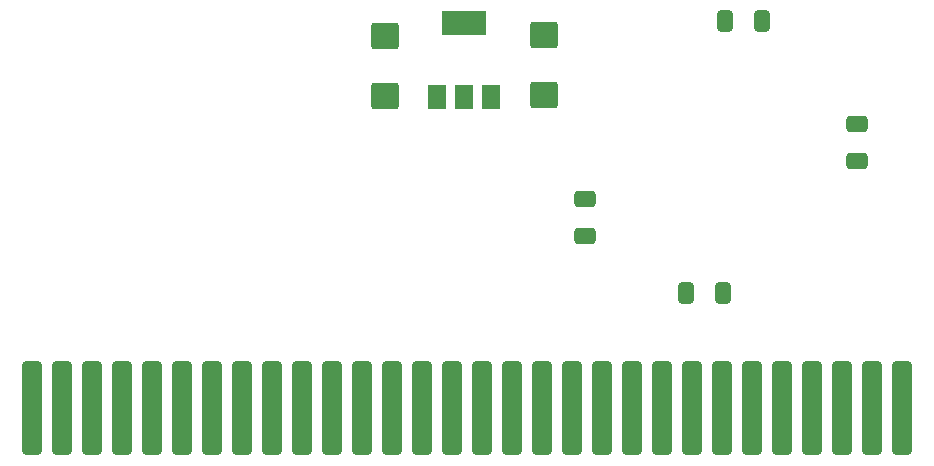
<source format=gbp>
G04 #@! TF.GenerationSoftware,KiCad,Pcbnew,7.0.10-148-g62bb553460*
G04 #@! TF.CreationDate,2024-02-04T12:13:55+03:00*
G04 #@! TF.ProjectId,ZX_BUS_Mouse,5a585f42-5553-45f4-9d6f-7573652e6b69,rev?*
G04 #@! TF.SameCoordinates,Original*
G04 #@! TF.FileFunction,Paste,Bot*
G04 #@! TF.FilePolarity,Positive*
%FSLAX46Y46*%
G04 Gerber Fmt 4.6, Leading zero omitted, Abs format (unit mm)*
G04 Created by KiCad (PCBNEW 7.0.10-148-g62bb553460) date 2024-02-04 12:13:55*
%MOMM*%
%LPD*%
G01*
G04 APERTURE LIST*
G04 Aperture macros list*
%AMRoundRect*
0 Rectangle with rounded corners*
0 $1 Rounding radius*
0 $2 $3 $4 $5 $6 $7 $8 $9 X,Y pos of 4 corners*
0 Add a 4 corners polygon primitive as box body*
4,1,4,$2,$3,$4,$5,$6,$7,$8,$9,$2,$3,0*
0 Add four circle primitives for the rounded corners*
1,1,$1+$1,$2,$3*
1,1,$1+$1,$4,$5*
1,1,$1+$1,$6,$7*
1,1,$1+$1,$8,$9*
0 Add four rect primitives between the rounded corners*
20,1,$1+$1,$2,$3,$4,$5,0*
20,1,$1+$1,$4,$5,$6,$7,0*
20,1,$1+$1,$6,$7,$8,$9,0*
20,1,$1+$1,$8,$9,$2,$3,0*%
G04 Aperture macros list end*
%ADD10RoundRect,0.250000X-0.412500X-0.650000X0.412500X-0.650000X0.412500X0.650000X-0.412500X0.650000X0*%
%ADD11R,1.500000X2.000000*%
%ADD12R,3.800000X2.000000*%
%ADD13RoundRect,0.250000X-0.925000X0.875000X-0.925000X-0.875000X0.925000X-0.875000X0.925000X0.875000X0*%
%ADD14RoundRect,0.250000X-0.650000X0.412500X-0.650000X-0.412500X0.650000X-0.412500X0.650000X0.412500X0*%
%ADD15RoundRect,0.250000X0.650000X-0.412500X0.650000X0.412500X-0.650000X0.412500X-0.650000X-0.412500X0*%
%ADD16RoundRect,0.425000X-0.425000X3.575000X-0.425000X-3.575000X0.425000X-3.575000X0.425000X3.575000X0*%
G04 APERTURE END LIST*
D10*
X109337500Y-135318750D03*
X112462500Y-135318750D03*
D11*
X92800000Y-118768750D03*
X90500000Y-118768750D03*
D12*
X90500000Y-112468750D03*
D11*
X88200000Y-118768750D03*
D13*
X83800000Y-113550000D03*
X83800000Y-118650000D03*
D14*
X100800000Y-127356250D03*
X100800000Y-130481250D03*
D13*
X97300000Y-113468750D03*
X97300000Y-118568750D03*
D15*
X123800000Y-124181250D03*
X123800000Y-121056250D03*
D10*
X112637500Y-112318750D03*
X115762500Y-112318750D03*
D16*
X53975000Y-145034000D03*
X56515000Y-145034000D03*
X59055000Y-145034000D03*
X61595000Y-145034000D03*
X64135000Y-145034000D03*
X66675000Y-145034000D03*
X69215000Y-145034000D03*
X71755000Y-145034000D03*
X74295000Y-145034000D03*
X76835000Y-145034000D03*
X79375000Y-145034000D03*
X81915000Y-145034000D03*
X84455000Y-145034000D03*
X86995000Y-145034000D03*
X89535000Y-145034000D03*
X92075000Y-145034000D03*
X94615000Y-145034000D03*
X97155000Y-145034000D03*
X99695000Y-145034000D03*
X102235000Y-145034000D03*
X104775000Y-145034000D03*
X107315000Y-145034000D03*
X109855000Y-145034000D03*
X112395000Y-145034000D03*
X114935000Y-145034000D03*
X117475000Y-145034000D03*
X120015000Y-145034000D03*
X122555000Y-145034000D03*
X125095000Y-145034000D03*
X127635000Y-145034000D03*
M02*

</source>
